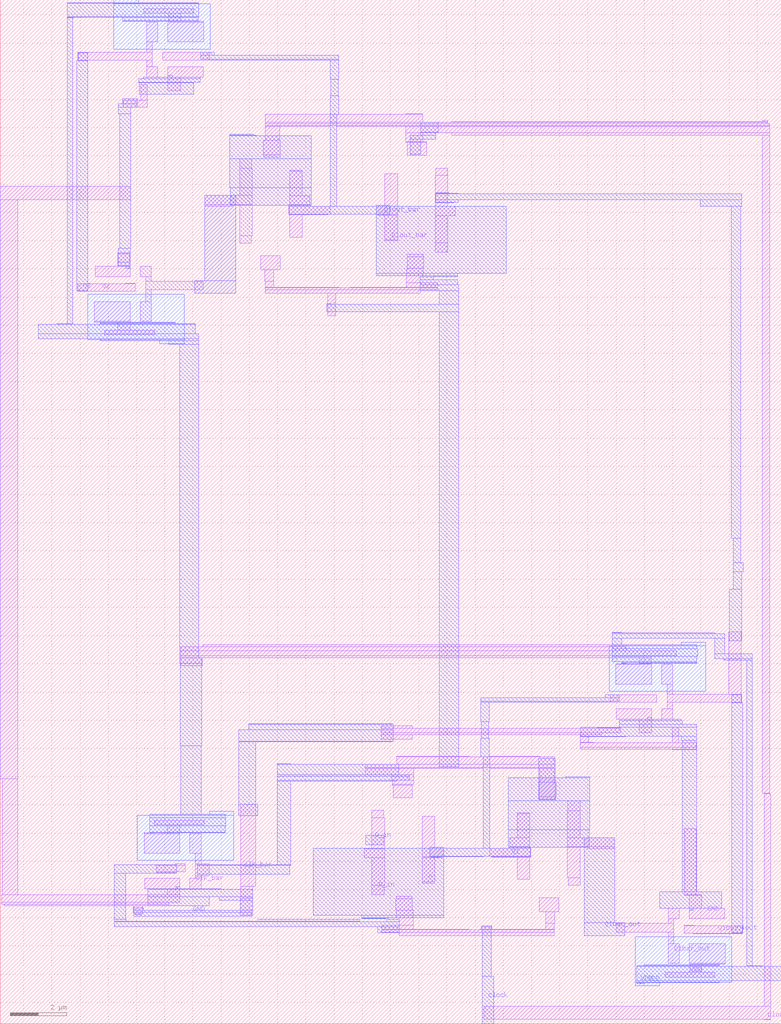
<source format=lef>
VERSION 5.7 ;
  NOWIREEXTENSIONATPIN ON ;
  DIVIDERCHAR "/" ;
  BUSBITCHARS "[]" ;
MACRO dlatch
  CLASS BLOCK ;
  FOREIGN dlatch ;
  ORIGIN 12.830 3.760 ;
  SIZE 27.680 BY 36.290 ;
  PIN D_in
    ANTENNADIFFAREA 2.111800 ;
    PORT
      LAYER li1 ;
        RECT 0.340 3.550 0.760 3.810 ;
        RECT 0.340 2.450 0.790 3.550 ;
        RECT 0.070 2.120 0.790 2.450 ;
        RECT 0.340 1.160 0.790 2.120 ;
        RECT 0.340 0.820 0.780 1.160 ;
      LAYER met1 ;
        RECT 0.310 2.920 0.770 2.930 ;
        RECT 0.130 2.580 0.770 2.920 ;
    END
  END D_in
  PIN clk_bar
    ANTENNAGATEAREA 0.928200 ;
    ANTENNADIFFAREA 0.726000 ;
    PORT
      LAYER li1 ;
        RECT -3.600 22.970 -2.910 23.460 ;
        RECT 1.590 23.430 2.170 23.520 ;
        RECT 1.590 23.020 2.180 23.430 ;
        RECT -3.450 22.560 -3.130 22.970 ;
        RECT 1.570 22.760 2.170 23.020 ;
        RECT -3.440 22.350 -3.130 22.560 ;
        RECT 1.560 22.500 2.060 22.760 ;
        RECT 1.560 22.350 2.680 22.500 ;
        RECT -3.440 22.330 -0.820 22.350 ;
        RECT -0.430 22.330 2.680 22.350 ;
        RECT -3.440 22.250 2.680 22.330 ;
        RECT -3.440 22.130 2.060 22.250 ;
        RECT -1.220 21.340 -0.940 22.130 ;
        RECT 1.220 5.720 1.830 5.730 ;
        RECT 1.220 5.710 3.790 5.720 ;
        RECT 4.510 5.710 6.290 5.720 ;
        RECT 1.220 5.440 6.800 5.710 ;
        RECT 0.110 5.310 6.800 5.440 ;
        RECT 0.110 5.300 4.280 5.310 ;
        RECT 4.510 5.300 6.800 5.310 ;
        RECT 0.110 5.070 1.830 5.300 ;
        RECT 3.810 5.290 4.280 5.300 ;
        RECT 1.050 4.880 1.830 5.070 ;
        RECT 1.070 4.730 1.830 4.880 ;
        RECT 6.290 4.800 6.800 5.300 ;
        RECT 1.070 4.690 1.780 4.730 ;
        RECT 1.090 4.260 1.780 4.690 ;
        RECT 6.280 4.290 6.870 4.800 ;
        RECT 6.280 4.200 6.860 4.290 ;
        RECT -6.110 2.280 -5.710 2.980 ;
        RECT -5.910 1.910 -5.710 2.280 ;
        RECT -5.910 1.490 -5.420 1.910 ;
        RECT -5.910 1.400 -5.710 1.490 ;
        RECT -6.110 1.030 -5.710 1.400 ;
      LAYER met1 ;
        RECT 2.060 22.620 2.510 22.710 ;
        RECT 2.060 22.440 3.390 22.620 ;
        RECT 2.060 22.230 3.420 22.440 ;
        RECT -1.260 21.740 -1.090 21.760 ;
        RECT 2.730 21.740 3.420 22.230 ;
        RECT -1.260 21.470 3.420 21.740 ;
        RECT -3.020 5.440 -2.530 5.460 ;
        RECT -3.020 5.060 1.300 5.440 ;
        RECT 2.730 5.360 3.420 21.470 ;
        RECT -3.020 5.010 1.660 5.060 ;
        RECT -3.020 4.870 1.670 5.010 ;
        RECT -3.020 4.840 1.210 4.870 ;
        RECT -3.020 1.870 -2.530 4.840 ;
        RECT 1.060 4.830 1.210 4.840 ;
        RECT 6.260 4.190 6.840 5.650 ;
        RECT -5.840 1.860 -2.530 1.870 ;
        RECT -5.840 1.540 -2.570 1.860 ;
    END
  END clk_bar
  PIN clock
    ANTENNAGATEAREA 1.109700 ;
    PORT
      LAYER li1 ;
        RECT 1.540 28.480 2.150 28.490 ;
        RECT -2.920 28.470 -1.140 28.480 ;
        RECT -0.420 28.470 2.150 28.480 ;
        RECT -3.430 28.200 2.150 28.470 ;
        RECT 14.170 28.220 14.380 28.260 ;
        RECT 3.180 28.200 14.380 28.220 ;
        RECT -3.430 28.140 14.380 28.200 ;
        RECT -3.430 28.070 14.450 28.140 ;
        RECT -3.430 28.060 -1.140 28.070 ;
        RECT -0.910 28.060 14.450 28.070 ;
        RECT -3.430 27.560 -2.920 28.060 ;
        RECT -0.910 28.050 -0.440 28.060 ;
        RECT 1.540 27.830 14.450 28.060 ;
        RECT -3.500 27.050 -2.910 27.560 ;
        RECT 1.540 27.510 2.150 27.830 ;
        RECT 3.180 27.740 14.450 27.830 ;
        RECT 1.540 27.490 2.280 27.510 ;
        RECT -3.490 26.960 -2.910 27.050 ;
        RECT 1.590 27.020 2.280 27.490 ;
        RECT 14.170 4.410 14.450 27.740 ;
        RECT 14.240 4.400 14.450 4.410 ;
        RECT -6.620 1.860 -6.280 1.910 ;
        RECT -7.300 1.630 -6.280 1.860 ;
        RECT -7.300 1.590 -6.620 1.630 ;
        RECT 1.200 0.670 1.780 0.760 ;
        RECT 1.190 0.260 1.780 0.670 ;
        RECT 1.200 0.000 1.800 0.260 ;
        RECT 6.280 0.210 6.970 0.700 ;
        RECT 1.310 -0.260 1.810 0.000 ;
        RECT 0.690 -0.410 1.810 -0.260 ;
        RECT 6.500 -0.200 6.820 0.210 ;
        RECT 4.210 -0.410 4.590 -0.290 ;
        RECT 6.500 -0.410 6.810 -0.200 ;
        RECT 0.690 -0.430 3.800 -0.410 ;
        RECT 4.190 -0.430 6.810 -0.410 ;
        RECT 0.690 -0.510 6.810 -0.430 ;
        RECT 1.310 -0.630 6.810 -0.510 ;
        RECT 14.240 -3.130 14.480 4.400 ;
        RECT 4.310 -3.600 14.480 -3.130 ;
        RECT 14.240 -3.620 14.480 -3.600 ;
      LAYER met1 ;
        RECT 2.070 27.840 2.700 28.200 ;
        RECT 2.070 27.740 2.610 27.840 ;
        RECT 1.700 27.600 2.610 27.740 ;
        RECT 1.700 27.060 2.070 27.600 ;
        RECT -8.790 1.580 -6.580 1.870 ;
        RECT -8.790 -0.050 -8.380 1.580 ;
        RECT -8.790 -0.130 -8.370 -0.050 ;
        RECT -3.680 -0.130 -0.090 -0.050 ;
        RECT -8.790 -0.140 -0.090 -0.130 ;
        RECT 0.860 -0.140 1.310 -0.050 ;
        RECT -8.790 -0.320 1.310 -0.140 ;
        RECT 0.550 -0.530 1.310 -0.320 ;
        RECT 4.250 -2.080 4.570 -0.320 ;
        RECT 4.250 -3.760 4.660 -2.080 ;
    END
  END clock
  PIN GND
    ANTENNADIFFAREA 2.260000 ;
    PORT
      LAYER li1 ;
        RECT -6.890 29.790 -5.640 30.160 ;
        RECT -7.850 28.970 -7.620 29.520 ;
        RECT -6.890 29.310 -6.440 29.790 ;
        RECT -8.470 28.720 -7.620 28.970 ;
        RECT -12.830 25.450 -8.210 25.930 ;
        RECT -12.830 4.930 -12.210 25.450 ;
        RECT -8.670 23.560 -8.470 23.570 ;
        RECT -8.670 23.090 -8.220 23.560 ;
        RECT -9.470 22.720 -8.220 23.090 ;
        RECT 9.010 7.030 10.260 7.400 ;
        RECT 0.670 6.710 1.780 6.800 ;
        RECT 8.320 6.720 9.170 6.730 ;
        RECT 7.980 6.710 9.170 6.720 ;
        RECT 0.670 6.550 9.170 6.710 ;
        RECT 9.810 6.550 10.260 7.030 ;
        RECT 0.670 6.490 8.490 6.550 ;
        RECT 0.670 6.320 1.780 6.490 ;
        RECT 7.730 6.220 8.020 6.490 ;
        RECT 7.730 6.210 8.190 6.220 ;
        RECT 10.990 6.210 11.220 6.760 ;
        RECT 7.730 6.050 11.840 6.210 ;
        RECT 7.740 5.970 11.840 6.050 ;
        RECT 10.990 5.960 11.840 5.970 ;
        RECT -12.760 0.820 -12.210 4.930 ;
        RECT -7.710 1.030 -6.460 1.400 ;
        RECT -6.910 0.820 -6.460 1.030 ;
        RECT -12.780 0.550 -6.460 0.820 ;
        RECT -4.310 1.110 -3.770 4.020 ;
        RECT -4.310 0.690 -3.880 1.110 ;
        RECT 11.420 0.810 11.840 3.160 ;
        RECT 11.420 0.800 12.040 0.810 ;
        RECT -12.780 0.470 -6.860 0.550 ;
        RECT -12.690 0.430 -6.860 0.470 ;
        RECT -12.690 0.420 -7.050 0.430 ;
        RECT -8.090 0.150 -7.780 0.420 ;
        RECT -8.040 0.100 -7.830 0.150 ;
        RECT -4.320 0.080 -3.880 0.690 ;
        RECT 11.590 0.330 12.040 0.800 ;
        RECT 11.590 -0.040 12.840 0.330 ;
      LAYER met1 ;
        RECT -6.890 29.790 -6.740 29.860 ;
        RECT -7.760 29.740 -5.740 29.790 ;
        RECT -7.920 29.610 -5.740 29.740 ;
        RECT -7.920 29.600 -5.980 29.610 ;
        RECT -7.900 29.190 -5.980 29.600 ;
        RECT -8.490 28.850 -7.970 29.020 ;
        RECT -8.650 28.720 -7.970 28.850 ;
        RECT -8.650 28.500 -8.210 28.720 ;
        RECT -8.600 23.720 -8.210 28.500 ;
        RECT -8.650 23.530 -8.230 23.720 ;
        RECT -8.650 23.230 -8.240 23.530 ;
        RECT -8.650 23.100 -8.220 23.230 ;
        RECT -8.560 23.090 -8.220 23.100 ;
        RECT -8.370 23.020 -8.220 23.090 ;
        RECT 10.110 7.030 10.260 7.100 ;
        RECT 9.110 6.990 11.300 7.030 ;
        RECT -4.020 6.870 0.990 6.880 ;
        RECT -4.020 6.860 1.070 6.870 ;
        RECT -4.020 6.670 1.100 6.860 ;
        RECT 9.110 6.850 11.350 6.990 ;
        RECT 9.110 6.760 11.860 6.850 ;
        RECT -4.370 6.250 1.100 6.670 ;
        RECT 7.750 6.430 11.860 6.760 ;
        RECT 7.750 6.410 9.340 6.430 ;
        RECT 11.300 6.290 11.860 6.430 ;
        RECT -4.370 6.240 1.070 6.250 ;
        RECT -4.370 4.020 -3.780 6.240 ;
        RECT -4.370 3.620 -3.700 4.020 ;
        RECT -6.610 1.030 -6.460 1.100 ;
        RECT -7.610 1.010 -5.000 1.030 ;
        RECT -7.610 0.740 -3.880 1.010 ;
        RECT 11.340 0.930 11.860 6.290 ;
        RECT -7.610 0.430 -5.420 0.740 ;
        RECT -5.060 0.620 -3.880 0.740 ;
        RECT -8.110 0.270 -7.760 0.360 ;
        RECT -4.320 0.270 -3.880 0.620 ;
        RECT 10.550 0.330 12.740 0.930 ;
        RECT -8.110 0.190 -3.920 0.270 ;
        RECT 11.590 0.260 11.740 0.330 ;
        RECT -8.100 0.050 -3.920 0.190 ;
    END
  END GND
  PIN VDD
    ANTENNADIFFAREA 6.835500 ;
    PORT
      LAYER nwell ;
        RECT -8.800 32.400 -7.940 32.530 ;
        RECT -8.800 30.790 -5.380 32.400 ;
        RECT -9.730 20.480 -6.310 22.090 ;
        RECT -7.170 20.350 -6.310 20.480 ;
        RECT 11.310 9.640 12.170 9.770 ;
        RECT 8.750 8.030 12.170 9.640 ;
        RECT -5.410 3.640 -4.550 3.770 ;
        RECT -7.970 2.030 -4.550 3.640 ;
        RECT 9.680 -2.280 13.100 -0.670 ;
        RECT 9.680 -2.410 10.540 -2.280 ;
      LAYER li1 ;
        RECT -7.750 32.050 -5.980 32.220 ;
        RECT -6.880 31.770 -6.440 32.050 ;
        RECT -6.880 31.740 -5.620 31.770 ;
        RECT -6.890 31.040 -5.620 31.740 ;
        RECT -9.490 21.140 -8.220 21.840 ;
        RECT -9.490 21.110 -8.230 21.140 ;
        RECT -8.670 20.830 -8.230 21.110 ;
        RECT -9.130 20.660 -7.360 20.830 ;
        RECT -5.660 9.600 9.350 9.670 ;
        RECT -6.440 9.460 9.350 9.600 ;
        RECT -6.440 9.290 11.120 9.460 ;
        RECT -6.440 9.210 10.250 9.290 ;
        RECT -6.440 8.940 -5.670 9.210 ;
        RECT 9.810 9.010 10.250 9.210 ;
        RECT 8.990 8.980 10.250 9.010 ;
        RECT 8.990 8.280 10.260 8.980 ;
        RECT -7.370 3.290 -5.600 3.460 ;
        RECT -6.910 3.010 -6.470 3.290 ;
        RECT -7.730 2.980 -6.470 3.010 ;
        RECT -7.730 2.280 -6.460 2.980 ;
        RECT 11.590 -1.620 12.860 -0.920 ;
        RECT 11.600 -1.650 12.860 -1.620 ;
        RECT 11.600 -1.930 12.040 -1.650 ;
        RECT 10.730 -2.100 12.500 -1.930 ;
      LAYER met1 ;
        RECT -10.450 32.420 -5.820 32.430 ;
        RECT -10.450 31.930 -5.790 32.420 ;
        RECT -10.450 31.910 -5.820 31.930 ;
        RECT -10.450 31.900 -10.240 31.910 ;
        RECT -10.450 21.060 -10.260 31.900 ;
        RECT -8.490 31.790 -5.820 31.910 ;
        RECT -8.490 31.780 -6.440 31.790 ;
        RECT -5.990 31.780 -5.820 31.790 ;
        RECT -10.820 21.040 -10.260 21.060 ;
        RECT -9.290 21.090 -9.120 21.100 ;
        RECT -8.670 21.090 -6.620 21.100 ;
        RECT -9.290 21.060 -6.620 21.090 ;
        RECT -9.290 21.040 -5.920 21.060 ;
        RECT -11.480 20.700 -5.920 21.040 ;
        RECT -11.480 20.520 -5.790 20.700 ;
        RECT -9.290 20.450 -5.790 20.520 ;
        RECT -6.860 20.330 -5.790 20.450 ;
        RECT -6.470 9.210 -5.790 20.330 ;
        RECT 8.860 10.100 9.200 10.110 ;
        RECT 8.860 10.070 12.500 10.100 ;
        RECT 8.860 9.900 12.850 10.070 ;
        RECT 8.860 9.670 9.200 9.900 ;
        RECT 8.860 9.540 11.860 9.670 ;
        RECT 8.860 9.260 11.890 9.540 ;
        RECT 12.490 9.350 12.850 9.900 ;
        RECT -6.470 9.020 -5.690 9.210 ;
        RECT 8.860 9.070 11.860 9.260 ;
        RECT 12.490 9.180 13.820 9.350 ;
        RECT 12.820 9.120 13.820 9.180 ;
        RECT 9.190 9.030 11.860 9.070 ;
        RECT 9.190 9.020 9.360 9.030 ;
        RECT 9.810 9.020 11.860 9.030 ;
        RECT -6.450 6.100 -5.690 9.020 ;
        RECT -6.440 3.670 -5.710 6.100 ;
        RECT -7.530 3.540 -4.860 3.670 ;
        RECT -7.530 3.260 -4.830 3.540 ;
        RECT -7.530 3.030 -4.860 3.260 ;
        RECT -7.530 3.020 -7.360 3.030 ;
        RECT -6.910 3.020 -4.860 3.030 ;
        RECT 9.990 -1.670 12.040 -1.660 ;
        RECT 12.490 -1.670 12.660 -1.660 ;
        RECT 9.990 -1.700 12.660 -1.670 ;
        RECT 9.730 -1.720 12.660 -1.700 ;
        RECT 13.630 -1.700 13.820 9.120 ;
        RECT 13.630 -1.720 14.190 -1.700 ;
        RECT 9.730 -2.240 14.850 -1.720 ;
        RECT 9.730 -2.310 12.660 -2.240 ;
        RECT 9.730 -2.340 9.990 -2.310 ;
    END
  END VDD
  PIN Q1
    ANTENNAGATEAREA 0.181500 ;
    ANTENNADIFFAREA 2.265600 ;
    PORT
      LAYER li1 ;
        RECT 8.800 7.630 10.440 7.910 ;
        RECT 5.500 3.690 5.940 3.730 ;
        RECT 2.120 2.460 2.570 3.600 ;
        RECT 5.490 2.830 5.940 3.690 ;
        RECT 5.230 2.500 5.940 2.830 ;
        RECT 5.210 2.460 5.970 2.500 ;
        RECT 2.120 2.170 2.880 2.460 ;
        RECT 4.510 2.180 5.970 2.460 ;
        RECT 4.580 2.170 5.970 2.180 ;
        RECT 2.120 2.130 2.830 2.170 ;
        RECT 2.120 1.270 2.570 2.130 ;
        RECT 5.490 1.360 5.940 2.170 ;
        RECT 2.120 1.230 2.560 1.270 ;
      LAYER met1 ;
        RECT 8.610 7.800 9.100 7.910 ;
        RECT 4.200 7.670 9.100 7.800 ;
        RECT 4.200 7.640 8.790 7.670 ;
        RECT 4.200 6.950 4.500 7.640 ;
        RECT 4.220 6.370 4.490 6.950 ;
        RECT 4.200 5.710 4.500 6.370 ;
        RECT 2.390 2.460 2.880 2.490 ;
        RECT 4.280 2.460 4.510 5.710 ;
        RECT 5.220 2.500 5.950 2.510 ;
        RECT 5.210 2.460 5.960 2.500 ;
        RECT 2.390 2.180 5.960 2.460 ;
        RECT 2.390 2.170 4.280 2.180 ;
        RECT 2.420 2.140 2.780 2.170 ;
        RECT 4.590 2.150 5.960 2.180 ;
    END
  END Q1
  PIN Q1out
    ANTENNAGATEAREA 0.181500 ;
    ANTENNADIFFAREA 2.837800 ;
    PORT
      LAYER li1 ;
        RECT 2.610 26.310 3.030 26.570 ;
        RECT 2.580 25.210 3.030 26.310 ;
        RECT 2.580 24.880 3.300 25.210 ;
        RECT 2.580 23.920 3.030 24.880 ;
        RECT 2.590 23.580 3.030 23.920 ;
        RECT 10.610 8.280 11.010 8.980 ;
        RECT 10.810 7.920 11.010 8.280 ;
        RECT 12.990 7.920 13.440 10.140 ;
        RECT 10.810 7.630 13.450 7.920 ;
        RECT 10.810 7.400 11.010 7.630 ;
        RECT 13.090 7.620 13.450 7.630 ;
        RECT 10.610 7.030 11.010 7.400 ;
        RECT 11.410 -0.290 11.750 -0.270 ;
        RECT 11.410 -0.550 13.460 -0.290 ;
        RECT 11.740 -0.560 13.460 -0.550 ;
      LAYER met1 ;
        RECT 2.600 25.680 3.060 25.690 ;
        RECT 2.600 25.670 3.240 25.680 ;
        RECT 2.600 25.660 3.410 25.670 ;
        RECT 2.600 25.440 13.450 25.660 ;
        RECT 2.600 25.350 3.410 25.440 ;
        RECT 2.600 25.340 3.240 25.350 ;
        RECT 11.980 25.220 13.450 25.440 ;
        RECT 13.080 13.450 13.410 25.220 ;
        RECT 13.150 12.580 13.410 13.450 ;
        RECT 13.150 12.270 13.500 12.580 ;
        RECT 13.150 11.640 13.450 12.270 ;
        RECT 13.000 9.810 13.450 11.640 ;
        RECT 13.100 7.620 13.440 7.900 ;
        RECT 13.090 -0.530 13.480 7.620 ;
        RECT 13.090 -0.550 13.470 -0.530 ;
    END
  END Q1out
  PIN Q1bar_out
    ANTENNADIFFAREA 1.986900 ;
    PORT
      LAYER li1 ;
        RECT 7.280 3.800 7.720 4.140 ;
        RECT 7.270 2.840 7.720 3.800 ;
        RECT 7.270 2.510 8.950 2.840 ;
        RECT 7.270 1.410 7.720 2.510 ;
        RECT 7.980 2.450 8.950 2.510 ;
        RECT 7.300 1.150 7.720 1.410 ;
        RECT 10.840 -0.040 11.240 0.330 ;
        RECT 10.840 -0.200 11.040 -0.040 ;
        RECT 9.000 -0.510 11.040 -0.200 ;
        RECT 10.840 -0.920 11.040 -0.510 ;
        RECT 10.840 -1.620 11.240 -0.920 ;
      LAYER met1 ;
        RECT 7.860 -0.180 8.950 2.840 ;
        RECT 7.860 -0.630 9.300 -0.180 ;
    END
  END Q1bar_out
  PIN Q1out_bar
    ANTENNAGATEAREA 0.181500 ;
    ANTENNADIFFAREA 2.265600 ;
    PORT
      LAYER li1 ;
        RECT -7.070 30.390 -5.430 30.670 ;
        RECT -2.570 26.450 -2.130 26.490 ;
        RECT -2.570 25.590 -2.120 26.450 ;
        RECT -2.570 25.260 -1.860 25.590 ;
        RECT -2.600 25.220 -1.840 25.260 ;
        RECT 0.800 25.220 1.250 26.360 ;
        RECT -2.600 24.940 -1.140 25.220 ;
        RECT -2.600 24.930 -1.210 24.940 ;
        RECT 0.490 24.930 1.250 25.220 ;
        RECT -2.570 24.120 -2.120 24.930 ;
        RECT 0.540 24.890 1.250 24.930 ;
        RECT 0.800 24.030 1.250 24.890 ;
        RECT 0.810 23.990 1.250 24.030 ;
      LAYER met1 ;
        RECT -5.730 30.560 -5.240 30.670 ;
        RECT -5.730 30.430 -0.830 30.560 ;
        RECT -5.420 30.400 -0.830 30.430 ;
        RECT -1.130 29.710 -0.830 30.400 ;
        RECT -1.120 29.130 -0.850 29.710 ;
        RECT -1.130 28.470 -0.830 29.130 ;
        RECT -2.580 25.260 -1.850 25.270 ;
        RECT -2.590 25.220 -1.840 25.260 ;
        RECT -1.140 25.220 -0.910 28.470 ;
        RECT 0.490 25.220 0.980 25.250 ;
        RECT -2.590 24.940 0.980 25.220 ;
        RECT -2.590 24.910 -1.220 24.940 ;
        RECT -0.910 24.930 0.980 24.940 ;
        RECT 0.590 24.900 0.950 24.930 ;
    END
  END Q1out_bar
  PIN Q2
    ANTENNAGATEAREA 0.181500 ;
    ANTENNADIFFAREA 0.726000 ;
    PORT
      LAYER li1 ;
        RECT -7.640 31.040 -7.240 31.740 ;
        RECT -7.640 30.680 -7.440 31.040 ;
        RECT -10.080 30.390 -7.440 30.680 ;
        RECT -10.080 30.380 -9.720 30.390 ;
        RECT -7.640 30.160 -7.440 30.390 ;
        RECT -7.640 29.790 -7.240 30.160 ;
        RECT -8.380 22.470 -8.040 22.490 ;
        RECT -10.090 22.210 -8.040 22.470 ;
        RECT -10.090 22.200 -8.370 22.210 ;
      LAYER met1 ;
        RECT -10.070 30.380 -9.730 30.660 ;
        RECT -10.110 22.230 -9.720 30.380 ;
        RECT -10.100 22.210 -9.720 22.230 ;
    END
  END Q2
  OBS
      LAYER nwell ;
        RECT -4.700 27.730 -3.850 27.760 ;
        RECT -4.700 27.720 -3.760 27.730 ;
        RECT -4.700 26.900 -1.810 27.720 ;
        RECT -4.690 25.880 -1.810 26.900 ;
        RECT -4.670 25.260 -1.810 25.880 ;
        RECT 0.490 22.840 5.100 25.220 ;
        RECT 0.490 22.760 3.380 22.840 ;
        RECT 2.440 22.750 3.380 22.760 ;
        RECT 2.530 22.720 3.380 22.750 ;
        RECT 7.220 4.970 8.070 5.000 ;
        RECT 7.130 4.960 8.070 4.970 ;
        RECT 5.180 4.140 8.070 4.960 ;
        RECT 5.180 3.120 8.060 4.140 ;
        RECT 5.180 2.500 8.040 3.120 ;
        RECT -1.730 0.080 2.880 2.460 ;
        RECT -0.010 0.000 2.880 0.080 ;
        RECT -0.010 -0.010 0.930 0.000 ;
        RECT -0.010 -0.040 0.840 -0.010 ;
      LAYER li1 ;
        RECT -4.350 26.560 -3.910 26.900 ;
        RECT -4.350 25.600 -3.900 26.560 ;
        RECT -5.580 25.270 -3.900 25.600 ;
        RECT -5.580 25.210 -4.610 25.270 ;
        RECT -4.350 24.170 -3.900 25.270 ;
        RECT -4.350 23.910 -3.930 24.170 ;
        RECT -7.870 22.720 -7.470 23.090 ;
        RECT -7.670 22.560 -7.470 22.720 ;
        RECT -7.670 22.250 -5.630 22.560 ;
        RECT -7.670 21.840 -7.470 22.250 ;
        RECT -7.870 21.140 -7.470 21.840 ;
      LAYER met1 ;
        RECT -5.580 22.580 -4.490 25.600 ;
        RECT -5.930 22.130 -4.490 22.580 ;
  END
END dlatch
END LIBRARY


</source>
